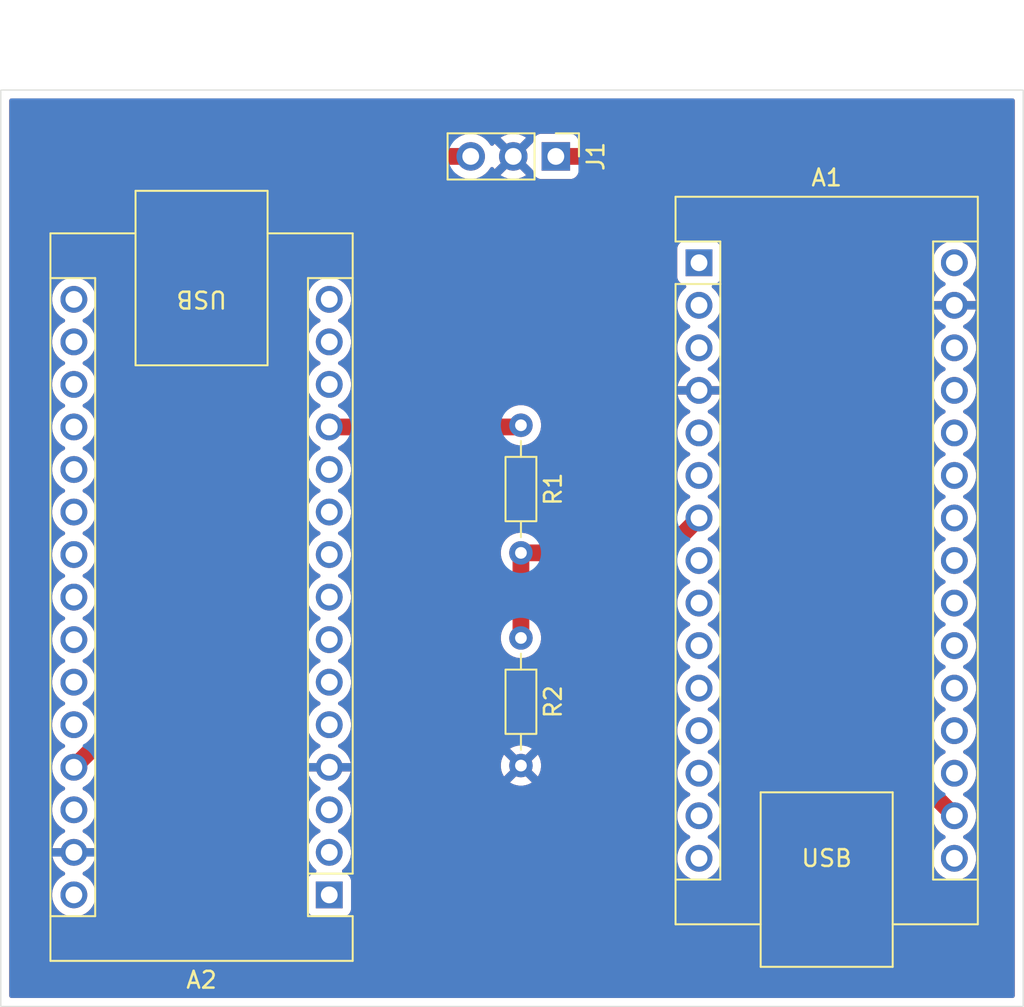
<source format=kicad_pcb>
(kicad_pcb (version 20241229) (generator "pcbnew") (generator_version "9.0")
  (layers (0 "F.Cu" signal) (2 "B.Cu" signal) (13 "F.Paste" user) (15 "B.Paste" user) (5 "F.SilkS" user "F.Silkscreen") (7 "B.SilkS" user "B.Silkscreen") (1 "F.Mask" user) (3 "B.Mask" user) (25 "Edge.Cuts" user))
  (net 0 "")
  (net 16 "+3.3V")
  (net 21 "GND")
  (net 24 "Net-(A1-D4)")
  (net 46 "+5V")
  (net 49 "Net-(A2-D9)")
  (footprint "Module:Arduino_Nano" (layer "F.Cu") (at 138.0336 83.058)
    (property "Reference" "A1" (at 7.62 -5.08 0) (layer "F.SilkS"))
    (property "Value" "Arduino_Nano_ESP32")
    (fp_line (start -1.4 -3.94) (end -1.4 -1.27) (stroke (width 0.12)) (layer "F.SilkS"))
    (fp_line (start -1.4 1.27) (end -1.4 39.5) (stroke (width 0.12)) (layer "F.SilkS"))
    (fp_line (start -1.4 39.5) (end 3.68 39.5) (stroke (width 0.12)) (layer "F.SilkS"))
    (fp_line (start 1.27 -1.27) (end -1.4 -1.27) (stroke (width 0.12)) (layer "F.SilkS"))
    (fp_line (start 1.27 1.27) (end -1.4 1.27) (stroke (width 0.12)) (layer "F.SilkS"))
    (fp_line (start 1.27 1.27) (end 1.27 -1.27) (stroke (width 0.12)) (layer "F.SilkS"))
    (fp_line (start 1.27 1.27) (end 1.27 36.83) (stroke (width 0.12)) (layer "F.SilkS"))
    (fp_line (start 1.27 36.83) (end -1.4 36.83) (stroke (width 0.12)) (layer "F.SilkS"))
    (fp_line (start 3.68 31.62) (end 11.56 31.62) (stroke (width 0.12)) (layer "F.SilkS"))
    (fp_line (start 3.68 42.04) (end 3.68 31.62) (stroke (width 0.12)) (layer "F.SilkS"))
    (fp_line (start 11.56 31.62) (end 11.56 42.04) (stroke (width 0.12)) (layer "F.SilkS"))
    (fp_line (start 11.56 42.04) (end 3.68 42.04) (stroke (width 0.12)) (layer "F.SilkS"))
    (fp_line (start 13.97 -1.27) (end 13.97 36.83) (stroke (width 0.12)) (layer "F.SilkS"))
    (fp_line (start 13.97 -1.27) (end 16.64 -1.27) (stroke (width 0.12)) (layer "F.SilkS"))
    (fp_line (start 13.97 36.83) (end 16.64 36.83) (stroke (width 0.12)) (layer "F.SilkS"))
    (fp_line (start 16.64 -3.94) (end -1.4 -3.94) (stroke (width 0.12)) (layer "F.SilkS"))
    (fp_line (start 16.64 39.5) (end 11.56 39.5) (stroke (width 0.12)) (layer "F.SilkS"))
    (fp_line (start 16.64 39.5) (end 16.64 -3.94) (stroke (width 0.12)) (layer "F.SilkS"))
    (fp_text user "USB" (at 7.62 35.56 0) (layer "F.SilkS"))
    (pad "1" thru_hole rect (at 0 0) (size 1.6 1.6) (drill 1) (layers "*.Cu" "*.Mask"))
    (pad "2" thru_hole oval (at 0 2.54) (size 1.6 1.6) (drill 1) (layers "*.Cu" "*.Mask"))
    (pad "3" thru_hole oval (at 0 5.08) (size 1.6 1.6) (drill 1) (layers "*.Cu" "*.Mask"))
    (pad "4" thru_hole oval (at 0 7.62) (size 1.6 1.6) (drill 1) (layers "*.Cu" "*.Mask") (net 21 "GND"))
    (pad "5" thru_hole oval (at 0 10.16) (size 1.6 1.6) (drill 1) (layers "*.Cu" "*.Mask"))
    (pad "6" thru_hole oval (at 0 12.7) (size 1.6 1.6) (drill 1) (layers "*.Cu" "*.Mask"))
    (pad "7" thru_hole oval (at 0 15.24) (size 1.6 1.6) (drill 1) (layers "*.Cu" "*.Mask") (net 24 "Net-(A1-D4)"))
    (pad "8" thru_hole oval (at 0 17.78) (size 1.6 1.6) (drill 1) (layers "*.Cu" "*.Mask"))
    (pad "9" thru_hole oval (at 0 20.32) (size 1.6 1.6) (drill 1) (layers "*.Cu" "*.Mask"))
    (pad "10" thru_hole oval (at 0 22.86) (size 1.6 1.6) (drill 1) (layers "*.Cu" "*.Mask"))
    (pad "11" thru_hole oval (at 0 25.4) (size 1.6 1.6) (drill 1) (layers "*.Cu" "*.Mask"))
    (pad "12" thru_hole oval (at 0 27.94) (size 1.6 1.6) (drill 1) (layers "*.Cu" "*.Mask"))
    (pad "13" thru_hole oval (at 0 30.48) (size 1.6 1.6) (drill 1) (layers "*.Cu" "*.Mask"))
    (pad "14" thru_hole oval (at 0 33.02) (size 1.6 1.6) (drill 1) (layers "*.Cu" "*.Mask"))
    (pad "15" thru_hole oval (at 0 35.56) (size 1.6 1.6) (drill 1) (layers "*.Cu" "*.Mask"))
    (pad "16" thru_hole oval (at 15.24 35.56) (size 1.6 1.6) (drill 1) (layers "*.Cu" "*.Mask"))
    (pad "17" thru_hole oval (at 15.24 33.02) (size 1.6 1.6) (drill 1) (layers "*.Cu" "*.Mask") (net 16 "+3.3V"))
    (pad "18" thru_hole oval (at 15.24 30.48) (size 1.6 1.6) (drill 1) (layers "*.Cu" "*.Mask"))
    (pad "19" thru_hole oval (at 15.24 27.94) (size 1.6 1.6) (drill 1) (layers "*.Cu" "*.Mask"))
    (pad "20" thru_hole oval (at 15.24 25.4) (size 1.6 1.6) (drill 1) (layers "*.Cu" "*.Mask"))
    (pad "21" thru_hole oval (at 15.24 22.86) (size 1.6 1.6) (drill 1) (layers "*.Cu" "*.Mask"))
    (pad "22" thru_hole oval (at 15.24 20.32) (size 1.6 1.6) (drill 1) (layers "*.Cu" "*.Mask"))
    (pad "23" thru_hole oval (at 15.24 17.78) (size 1.6 1.6) (drill 1) (layers "*.Cu" "*.Mask"))
    (pad "24" thru_hole oval (at 15.24 15.24) (size 1.6 1.6) (drill 1) (layers "*.Cu" "*.Mask"))
    (pad "25" thru_hole oval (at 15.24 12.7) (size 1.6 1.6) (drill 1) (layers "*.Cu" "*.Mask"))
    (pad "26" thru_hole oval (at 15.24 10.16) (size 1.6 1.6) (drill 1) (layers "*.Cu" "*.Mask"))
    (pad "27" thru_hole oval (at 15.24 7.62) (size 1.6 1.6) (drill 1) (layers "*.Cu" "*.Mask"))
    (pad "28" thru_hole oval (at 15.24 5.08) (size 1.6 1.6) (drill 1) (layers "*.Cu" "*.Mask"))
    (pad "29" thru_hole oval (at 15.24 2.54) (size 1.6 1.6) (drill 1) (layers "*.Cu" "*.Mask") (net 21 "GND"))
    (pad "30" thru_hole oval (at 15.24 0) (size 1.6 1.6) (drill 1) (layers "*.Cu" "*.Mask"))
  )
  (footprint "Resistor_THT:R_Axial_DIN0204_L3.6mm_D1.6mm_P7.62mm_Horizontal" (layer "F.Cu") (at 127.4064 92.7608 -90)
    (property "Reference" "R1" (at 3.81 -1.92 90) (layer "F.SilkS"))
    (property "Value" "10KR")
    (fp_line (start 0.94 0) (end 1.89 0) (stroke (width 0.12)) (layer "F.SilkS"))
    (fp_line (start 6.68 0) (end 5.73 0) (stroke (width 0.12)) (layer "F.SilkS"))
    (fp_rect (start 1.89 -0.92) (end 5.73 0.92) (stroke (width 0.12)) (fill no) (layer "F.SilkS"))
    (pad "1" thru_hole circle (at 0 0 270) (size 1.4 1.4) (drill 0.7) (layers "*.Cu" "*.Mask") (net 49 "Net-(A2-D9)"))
    (pad "2" thru_hole circle (at 7.62 0 270) (size 1.4 1.4) (drill 0.7) (layers "*.Cu" "*.Mask") (net 24 "Net-(A1-D4)"))
  )
  (footprint "Module:Arduino_Nano" (layer "F.Cu") (at 115.9664 120.8024 180)
    (property "Reference" "A2" (at 7.62 -5.08 0) (layer "F.SilkS"))
    (property "Value" "Arduino_Nano_v3.x")
    (fp_line (start 16.64 39.5) (end 16.64 -3.94) (stroke (width 0.12)) (layer "F.SilkS"))
    (fp_line (start 16.64 39.5) (end 11.56 39.5) (stroke (width 0.12)) (layer "F.SilkS"))
    (fp_line (start 16.64 -3.94) (end -1.4 -3.94) (stroke (width 0.12)) (layer "F.SilkS"))
    (fp_line (start 13.97 36.83) (end 16.64 36.83) (stroke (width 0.12)) (layer "F.SilkS"))
    (fp_line (start 13.97 -1.27) (end 16.64 -1.27) (stroke (width 0.12)) (layer "F.SilkS"))
    (fp_line (start 13.97 -1.27) (end 13.97 36.83) (stroke (width 0.12)) (layer "F.SilkS"))
    (fp_line (start 11.56 42.04) (end 3.68 42.04) (stroke (width 0.12)) (layer "F.SilkS"))
    (fp_line (start 11.56 31.62) (end 11.56 42.04) (stroke (width 0.12)) (layer "F.SilkS"))
    (fp_line (start 3.68 42.04) (end 3.68 31.62) (stroke (width 0.12)) (layer "F.SilkS"))
    (fp_line (start 3.68 31.62) (end 11.56 31.62) (stroke (width 0.12)) (layer "F.SilkS"))
    (fp_line (start 1.27 36.83) (end -1.4 36.83) (stroke (width 0.12)) (layer "F.SilkS"))
    (fp_line (start 1.27 1.27) (end 1.27 36.83) (stroke (width 0.12)) (layer "F.SilkS"))
    (fp_line (start 1.27 1.27) (end 1.27 -1.27) (stroke (width 0.12)) (layer "F.SilkS"))
    (fp_line (start 1.27 1.27) (end -1.4 1.27) (stroke (width 0.12)) (layer "F.SilkS"))
    (fp_line (start 1.27 -1.27) (end -1.4 -1.27) (stroke (width 0.12)) (layer "F.SilkS"))
    (fp_line (start -1.4 39.5) (end 3.68 39.5) (stroke (width 0.12)) (layer "F.SilkS"))
    (fp_line (start -1.4 1.27) (end -1.4 39.5) (stroke (width 0.12)) (layer "F.SilkS"))
    (fp_line (start -1.4 -3.94) (end -1.4 -1.27) (stroke (width 0.12)) (layer "F.SilkS"))
    (fp_text user "USB" (at 7.62 35.56 180) (layer "F.SilkS"))
    (pad "1" thru_hole rect (at 0 0 180) (size 1.6 1.6) (drill 1) (layers "*.Cu" "*.Mask"))
    (pad "2" thru_hole oval (at 0 2.54 180) (size 1.6 1.6) (drill 1) (layers "*.Cu" "*.Mask"))
    (pad "3" thru_hole oval (at 0 5.08 180) (size 1.6 1.6) (drill 1) (layers "*.Cu" "*.Mask"))
    (pad "4" thru_hole oval (at 0 7.62 180) (size 1.6 1.6) (drill 1) (layers "*.Cu" "*.Mask") (net 21 "GND"))
    (pad "5" thru_hole oval (at 0 10.16 180) (size 1.6 1.6) (drill 1) (layers "*.Cu" "*.Mask"))
    (pad "6" thru_hole oval (at 0 12.7 180) (size 1.6 1.6) (drill 1) (layers "*.Cu" "*.Mask"))
    (pad "7" thru_hole oval (at 0 15.24 180) (size 1.6 1.6) (drill 1) (layers "*.Cu" "*.Mask"))
    (pad "8" thru_hole oval (at 0 17.78 180) (size 1.6 1.6) (drill 1) (layers "*.Cu" "*.Mask"))
    (pad "9" thru_hole oval (at 0 20.32 180) (size 1.6 1.6) (drill 1) (layers "*.Cu" "*.Mask"))
    (pad "10" thru_hole oval (at 0 22.86 180) (size 1.6 1.6) (drill 1) (layers "*.Cu" "*.Mask"))
    (pad "11" thru_hole oval (at 0 25.4 180) (size 1.6 1.6) (drill 1) (layers "*.Cu" "*.Mask"))
    (pad "12" thru_hole oval (at 0 27.94 180) (size 1.6 1.6) (drill 1) (layers "*.Cu" "*.Mask") (net 49 "Net-(A2-D9)"))
    (pad "13" thru_hole oval (at 0 30.48 180) (size 1.6 1.6) (drill 1) (layers "*.Cu" "*.Mask"))
    (pad "14" thru_hole oval (at 0 33.02 180) (size 1.6 1.6) (drill 1) (layers "*.Cu" "*.Mask"))
    (pad "15" thru_hole oval (at 0 35.56 180) (size 1.6 1.6) (drill 1) (layers "*.Cu" "*.Mask"))
    (pad "16" thru_hole oval (at 15.24 35.56 180) (size 1.6 1.6) (drill 1) (layers "*.Cu" "*.Mask"))
    (pad "17" thru_hole oval (at 15.24 33.02 180) (size 1.6 1.6) (drill 1) (layers "*.Cu" "*.Mask"))
    (pad "18" thru_hole oval (at 15.24 30.48 180) (size 1.6 1.6) (drill 1) (layers "*.Cu" "*.Mask"))
    (pad "19" thru_hole oval (at 15.24 27.94 180) (size 1.6 1.6) (drill 1) (layers "*.Cu" "*.Mask"))
    (pad "20" thru_hole oval (at 15.24 25.4 180) (size 1.6 1.6) (drill 1) (layers "*.Cu" "*.Mask"))
    (pad "21" thru_hole oval (at 15.24 22.86 180) (size 1.6 1.6) (drill 1) (layers "*.Cu" "*.Mask"))
    (pad "22" thru_hole oval (at 15.24 20.32 180) (size 1.6 1.6) (drill 1) (layers "*.Cu" "*.Mask"))
    (pad "23" thru_hole oval (at 15.24 17.78 180) (size 1.6 1.6) (drill 1) (layers "*.Cu" "*.Mask"))
    (pad "24" thru_hole oval (at 15.24 15.24 180) (size 1.6 1.6) (drill 1) (layers "*.Cu" "*.Mask"))
    (pad "25" thru_hole oval (at 15.24 12.7 180) (size 1.6 1.6) (drill 1) (layers "*.Cu" "*.Mask"))
    (pad "26" thru_hole oval (at 15.24 10.16 180) (size 1.6 1.6) (drill 1) (layers "*.Cu" "*.Mask"))
    (pad "27" thru_hole oval (at 15.24 7.62 180) (size 1.6 1.6) (drill 1) (layers "*.Cu" "*.Mask") (net 46 "+5V"))
    (pad "28" thru_hole oval (at 15.24 5.08 180) (size 1.6 1.6) (drill 1) (layers "*.Cu" "*.Mask"))
    (pad "29" thru_hole oval (at 15.24 2.54 180) (size 1.6 1.6) (drill 1) (layers "*.Cu" "*.Mask") (net 21 "GND"))
    (pad "30" thru_hole oval (at 15.24 0 180) (size 1.6 1.6) (drill 1) (layers "*.Cu" "*.Mask"))
  )
  (footprint "Connector_PinHeader_2.54mm:PinHeader_1x03_P2.54mm_Vertical" (layer "F.Cu") (at 129.4892 76.708 -90)
    (property "Reference" "J1" (at 0 -2.38 90) (layer "F.SilkS"))
    (property "Value" "Power and Ground Input")
    (fp_line (start -1.38 6.46) (end 1.38 6.46) (stroke (width 0.12)) (layer "F.SilkS"))
    (fp_line (start -1.38 1.27) (end -1.38 6.46) (stroke (width 0.12)) (layer "F.SilkS"))
    (fp_line (start -1.38 1.27) (end 1.38 1.27) (stroke (width 0.12)) (layer "F.SilkS"))
    (fp_line (start 1.38 1.27) (end 1.38 6.46) (stroke (width 0.12)) (layer "F.SilkS"))
    (fp_line (start -1.38 0) (end -1.38 -1.38) (stroke (width 0.12)) (layer "F.SilkS"))
    (fp_line (start -1.38 -1.38) (end 0 -1.38) (stroke (width 0.12)) (layer "F.SilkS"))
    (pad "1" thru_hole rect (at 0 0 270) (size 1.7 1.7) (drill 1) (layers "*.Cu" "*.Mask") (net 16 "+3.3V"))
    (pad "2" thru_hole circle (at 0 2.54 270) (size 1.7 1.7) (drill 1) (layers "*.Cu" "*.Mask") (net 21 "GND"))
    (pad "3" thru_hole circle (at 0 5.08 270) (size 1.7 1.7) (drill 1) (layers "*.Cu" "*.Mask") (net 46 "+5V"))
  )
  (footprint "Resistor_THT:R_Axial_DIN0204_L3.6mm_D1.6mm_P7.62mm_Horizontal" (layer "F.Cu") (at 127.4064 105.4608 -90)
    (property "Reference" "R2" (at 3.81 -1.92 90) (layer "F.SilkS"))
    (property "Value" "20KR")
    (fp_line (start 0.94 0) (end 1.89 0) (stroke (width 0.12)) (layer "F.SilkS"))
    (fp_line (start 6.68 0) (end 5.73 0) (stroke (width 0.12)) (layer "F.SilkS"))
    (fp_rect (start 1.89 -0.92) (end 5.73 0.92) (stroke (width 0.12)) (fill no) (layer "F.SilkS"))
    (pad "1" thru_hole circle (at 0 0 270) (size 1.4 1.4) (drill 0.7) (layers "*.Cu" "*.Mask") (net 24 "Net-(A1-D4)"))
    (pad "2" thru_hole circle (at 7.62 0 270) (size 1.4 1.4) (drill 0.7) (layers "*.Cu" "*.Mask") (net 21 "GND"))
  )
  (gr_rect (start 96.3676 72.7456) (end 157.3784 127.4572) (stroke (width 0.05)) (fill no) (layer "Edge.Cuts"))
  (segment (start 129.4892 76.708) (end 138.176 76.708) (width 1) (layer "F.Cu") (net 16))
  (segment (start 146.9136 109.718) (end 153.2736 116.078) (width 1) (layer "F.Cu") (net 16))
  (segment (start 146.9136 85.4456) (end 146.9136 109.718) (width 1) (layer "F.Cu") (net 16))
  (segment (start 138.176 76.708) (end 146.9136 85.4456) (width 1) (layer "F.Cu") (net 16))
  (segment (start 127.4064 100.3808) (end 135.9508 100.3808) (width 1) (layer "F.Cu") (net 24))
  (segment (start 127.4064 100.3808) (end 127.4064 105.4608) (width 1) (layer "F.Cu") (net 24))
  (segment (start 135.9508 100.3808) (end 138.0336 98.298) (width 1) (layer "F.Cu") (net 24))
  (segment (start 104.9528 85.1916) (end 104.9528 108.956) (width 1) (layer "F.Cu") (net 46))
  (segment (start 124.4092 76.708) (end 113.4364 76.708) (width 1) (layer "F.Cu") (net 46))
  (segment (start 104.9528 108.956) (end 100.7264 113.1824) (width 1) (layer "F.Cu") (net 46))
  (segment (start 113.4364 76.708) (end 104.9528 85.1916) (width 1) (layer "F.Cu") (net 46))
  (segment (start 115.9664 92.8624) (end 127.3048 92.8624) (width 1) (layer "F.Cu") (net 49))
  (segment (start 127.3048 92.8624) (end 127.4064 92.7608) (width 1) (layer "F.Cu") (net 49))
  (zone (net 21) (net_name "GND") (layers "F.Cu" "B.Cu") (connect_pads (clearance 0.5)) (min_thickness 0.25) (fill yes (thermal_gap 0.5) (thermal_bridge_width 0.5))
    (polygon (pts (xy 96.3168 72.7456) (xy 157.380468 72.797702) (xy 157.431267 127.508) (xy 96.4184 127.508)))
  )
)
</source>
